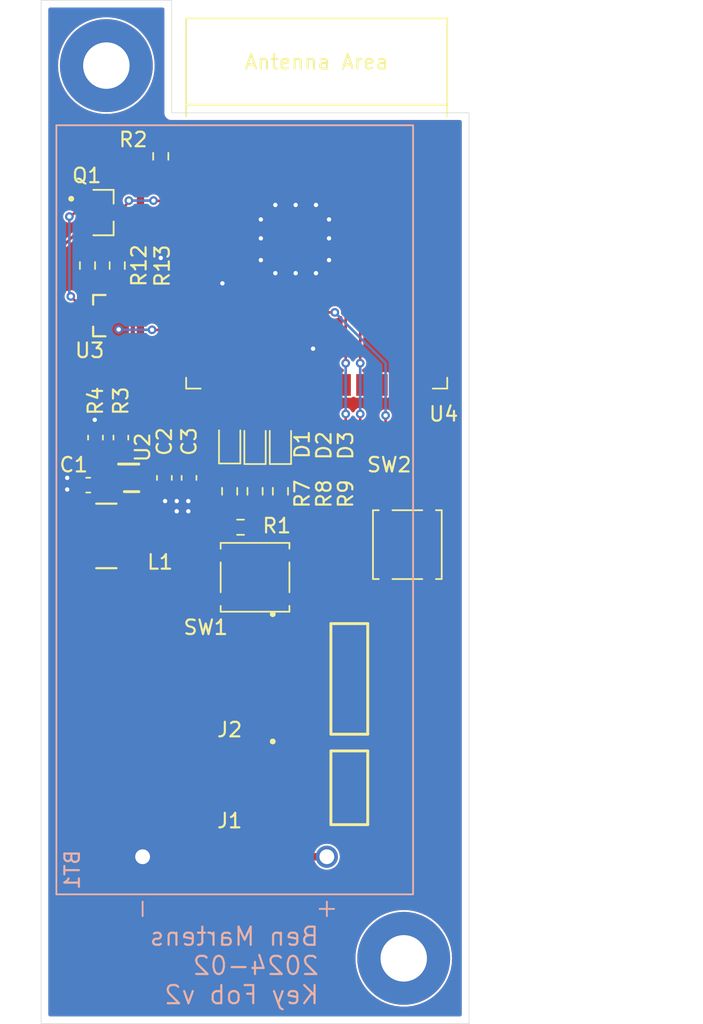
<source format=kicad_pcb>
(kicad_pcb (version 20221018) (generator pcbnew)
  (title_block (title "Key Fob") (date "2023-11-06"))
  (layers (0 "F.Cu" signal "Front") (31 "B.Cu" signal "Back") (34 "B.Paste" user) (35 "F.Paste" user) (36 "B.SilkS" user "B.Silkscreen") (37 "F.SilkS" user "F.Silkscreen") (38 "B.Mask" user) (39 "F.Mask" user) (44 "Edge.Cuts" user))
  (net 0 "")
  (net 1 "/ADC/VIN")
  (net 2 "/ESP32/VCC")
  (net 3 "Net-(D1-K)")
  (net 4 "/LED1")
  (net 5 "Net-(D2-K)")
  (net 6 "/LED2")
  (net 7 "Net-(D3-K)")
  (net 8 "/LED3")
  (net 9 "/TX")
  (net 10 "/RX")
  (net 11 "/BOOT")
  (net 12 "Net-(U2-SW)")
  (net 13 "Net-(Q1-Pad1)")
  (net 14 "/VBAT_ADC")
  (net 15 "/START_STOP")
  (net 16 "Net-(U2-FB)")
  (net 17 "/EN")
  (net 19 "/VBAT_ADC_EN")
  (net 46 "GND")
  (footprint "Resistor_SMD:R_0603_1608Metric" (layer "F.Cu") (at 146.5 97.25 -90)
    (fp_text reference "R2" (at -1.15 1.9 -180) (layer "F.SilkS"))
    (fp_text value "10k")
    (fp_line (start -0.237258 -0.5225) (end 0.237258 -0.5225) (stroke (width 0.12)) (layer "F.SilkS"))
    (fp_line (start -0.237258 0.5225) (end 0.237258 0.5225) (stroke (width 0.12)) (layer "F.SilkS"))
    (pad "1" smd roundrect (at -0.825 0 270) (size 0.8 0.95) (layers "F.Cu" "F.Paste" "F.Mask") (net 2 "/ESP32/VCC"))
    (pad "2" smd roundrect (at 0.825 0 270) (size 0.8 0.95) (layers "F.Cu" "F.Paste" "F.Mask") (net 17 "/EN"))
  )
  (footprint "74404043010A:IND_43010A_WRE" (layer "F.Cu") (at 142.75 123.4 180)
    (fp_text reference "L1" (at -3.7 -1.8 unlocked) (layer "F.SilkS"))
    (fp_text value "74404043010A" hide)
    (fp_line (start -0.69575 2.2225) (end 0.69575 2.2225) (stroke (width 0.1524)) (layer "F.SilkS"))
    (fp_line (start 0.69575 -2.2225) (end -0.69575 -2.2225) (stroke (width 0.1524)) (layer "F.SilkS"))
    (pad "1" smd rect (at -1.7272 0 180) (size 1.4478 4.191) (layers "F.Cu" "F.Paste" "F.Mask") (net 12 "Net-(U2-SW)"))
    (pad "2" smd rect (at 1.7272 0 180) (size 1.4478 4.191) (layers "F.Cu" "F.Paste" "F.Mask") (net 1 "/ADC/VIN"))
    (zone (net 0) (net_name "") (layer "F.Cu") (connect_pads (clearance 0)) (min_thickness 0.254)
      (keepout (tracks not_allowed) (vias not_allowed) (pads allowed) (copperpour not_allowed) (footprints allowed))
      (fill (thermal_gap 0.508) (thermal_bridge_width 0.508))
      (polygon (pts (xy 143.7025 125.4447) (xy 141.7975 125.4447) (xy 141.7975 121.3553) (xy 143.7025 121.3553)))
    )
  )
  (footprint "MountingHole:MountingHole_3.2mm_M3_Pad_TopBottom" (layer "F.Cu") (at 163.25 152.5)
    (fp_text reference "REF**" hide)
    (fp_text value "MountingHole_3.2mm_M3_Pad_TopBottom" hide)
    (pad "1" thru_hole circle (at 0 0) (size 3.6 3.6) (drill 3.2) (layers "*.Cu" "*.Mask"))
    (pad "1" connect circle (at 0 0) (size 6.4 6.4) (layers "F.Cu" "F.Mask"))
    (pad "1" connect circle (at 0 0) (size 6.4 6.4) (layers "B.Cu" "B.Mask"))
  )
  (footprint "Capacitor_SMD:C_0603_1608Metric" (layer "F.Cu") (at 142 116.625 90)
    (fp_text reference "R4" (at 2.525 0 90) (layer "F.SilkS"))
    (fp_text value "100k")
    (fp_line (start -0.14058 -0.51) (end 0.14058 -0.51) (stroke (width 0.12)) (layer "F.SilkS"))
    (fp_line (start -0.14058 0.51) (end 0.14058 0.51) (stroke (width 0.12)) (layer "F.SilkS"))
    (pad "1" smd roundrect (at -0.775 0 90) (size 0.9 0.95) (layers "F.Cu" "F.Paste" "F.Mask") (net 16 "Net-(U2-FB)"))
    (pad "2" smd roundrect (at 0.775 0 90) (size 0.9 0.95) (layers "F.Cu" "F.Paste" "F.Mask") (net 46 "GND"))
  )
  (footprint "IRLML6402TRPBF:SOT95P237X112-3N" (layer "F.Cu") (at 142.55 101.125)
    (fp_text reference "Q1" (at -1.15 -2.55) (layer "F.SilkS"))
    (fp_text value "IRLML6402TRPBF" hide)
    (fp_line (start -0.7 1.565) (end 0.7 1.565) (stroke (width 0.127)) (layer "F.SilkS"))
    (fp_line (start 0.7 -1.565) (end -0.7 -1.565) (stroke (width 0.127)) (layer "F.SilkS"))
    (fp_line (start 0.7 -1.565) (end 0.7 -0.615) (stroke (width 0.127)) (layer "F.SilkS"))
    (fp_line (start 0.7 1.565) (end 0.7 0.615) (stroke (width 0.127)) (layer "F.SilkS"))
    (fp_circle (center -2.2225 -0.9525) (end -2.1225 -0.9525) (stroke (width 0.2)) (fill none) (layer "F.SilkS"))
    (pad "1" smd roundrect (at -1.025 -0.95) (size 1.3 0.59) (layers "F.Cu" "F.Paste" "F.Mask") (roundrect_rratio 0.15) (net 13 "Net-(Q1-Pad1)"))
    (pad "2" smd roundrect (at -1.025 0.95) (size 1.3 0.59) (layers "F.Cu" "F.Paste" "F.Mask") (roundrect_rratio 0.15) (net 1 "/ADC/VIN"))
    (pad "3" smd roundrect (at 1.025 0) (size 1.3 0.59) (layers "F.Cu" "F.Paste" "F.Mask") (roundrect_rratio 0.15) (net 14 "/VBAT_ADC"))
  )
  (footprint "LED_SMD:LED_0603_1608Metric" (layer "F.Cu") (at 151.25 116.925 90)
    (fp_text reference "D1" (at -0.175 5 90) (layer "F.SilkS"))
    (fp_text value "LED1")
    (fp_line (start -1.485 -0.735) (end -1.485 0.735) (stroke (width 0.12)) (layer "F.SilkS"))
    (fp_line (start -1.485 0.735) (end 0.8 0.735) (stroke (width 0.12)) (layer "F.SilkS"))
    (fp_line (start 0.8 -0.735) (end -1.485 -0.735) (stroke (width 0.12)) (layer "F.SilkS"))
    (pad "1" smd roundrect (at -0.7875 0 90) (size 0.875 0.95) (layers "F.Cu" "F.Paste" "F.Mask") (net 3 "Net-(D1-K)"))
    (pad "2" smd roundrect (at 0.7875 0 90) (size 0.875 0.95) (layers "F.Cu" "F.Paste" "F.Mask") (net 4 "/LED1"))
  )
  (footprint "Capacitor_SMD:C_0603_1608Metric" (layer "F.Cu") (at 146.75 119.4 -90)
    (fp_text reference "C2" (at -2.5 0 90) (layer "F.SilkS"))
    (fp_text value "22u")
    (fp_line (start -0.14058 -0.51) (end 0.14058 -0.51) (stroke (width 0.12)) (layer "F.SilkS"))
    (fp_line (start -0.14058 0.51) (end 0.14058 0.51) (stroke (width 0.12)) (layer "F.SilkS"))
    (pad "1" smd roundrect (at -0.775 0 270) (size 0.9 0.95) (layers "F.Cu" "F.Paste" "F.Mask") (net 2 "/ESP32/VCC"))
    (pad "2" smd roundrect (at 0.775 0 270) (size 0.9 0.95) (layers "F.Cu" "F.Paste" "F.Mask") (net 46 "GND"))
  )
  (footprint "Resistor_SMD:R_0603_1608Metric" (layer "F.Cu") (at 151.25 120.325 90)
    (fp_text reference "R7" (at -0.175 5 90) (layer "F.SilkS"))
    (fp_text value "220")
    (fp_line (start -0.237258 -0.5225) (end 0.237258 -0.5225) (stroke (width 0.12)) (layer "F.SilkS"))
    (fp_line (start -0.237258 0.5225) (end 0.237258 0.5225) (stroke (width 0.12)) (layer "F.SilkS"))
    (pad "1" smd roundrect (at -0.825 0 90) (size 0.8 0.95) (layers "F.Cu" "F.Paste" "F.Mask") (net 46 "GND"))
    (pad "2" smd roundrect (at 0.825 0 90) (size 0.8 0.95) (layers "F.Cu" "F.Paste" "F.Mask") (net 3 "Net-(D1-K)"))
  )
  (footprint "Capacitor_SMD:C_0603_1608Metric" (layer "F.Cu") (at 141.5 119.9 180)
    (fp_text reference "C1" (at 1 1.4) (layer "F.SilkS"))
    (fp_text value "10u")
    (fp_line (start -0.14058 -0.51) (end 0.14058 -0.51) (stroke (width 0.12)) (layer "F.SilkS"))
    (fp_line (start -0.14058 0.51) (end 0.14058 0.51) (stroke (width 0.12)) (layer "F.SilkS"))
    (pad "1" smd roundrect (at -0.775 0 180) (size 0.9 0.95) (layers "F.Cu" "F.Paste" "F.Mask") (net 1 "/ADC/VIN"))
    (pad "2" smd roundrect (at 0.775 0 180) (size 0.9 0.95) (layers "F.Cu" "F.Paste" "F.Mask") (net 46 "GND"))
  )
  (footprint "TPS61023DRLT:DRL0006A" (layer "F.Cu") (at 144.490001 119.400001)
    (fp_text reference "U2" (at 0.759999 -2.100001 90 unlocked) (layer "F.SilkS"))
    (fp_text value "TPS61023DRLT" hide)
    (fp_line (start -0.900001 -0.950001) (end 0.499999 -0.950001) (stroke (width 0.2)) (layer "F.SilkS"))
    (fp_line (start -0.499999 0.950001) (end 0.499999 0.950001) (stroke (width 0.2)) (layer "F.SilkS"))
    (pad "1" smd rect (at -0.740001 -0.500002 90) (size 0.299999 0.670001) (layers "F.Cu" "F.Paste" "F.Mask") (net 16 "Net-(U2-FB)"))
    (pad "2" smd rect (at -0.740001 -0.000003 90) (size 0.299999 0.670001) (layers "F.Cu" "F.Paste" "F.Mask") (net 1 "/ADC/VIN"))
    (pad "3" smd rect (at -0.740001 0.499999 90) (size 0.299999 0.670001) (layers "F.Cu" "F.Paste" "F.Mask") (net 1 "/ADC/VIN"))
    (pad "4" smd rect (at 0.740001 0.499999 90) (size 0.299999 0.670001) (layers "F.Cu" "F.Paste" "F.Mask") (net 46 "GND"))
    (pad "5" smd rect (at 0.740001 -0.000003 90) (size 0.299999 0.670001) (layers "F.Cu" "F.Paste" "F.Mask") (net 12 "Net-(U2-SW)"))
    (pad "6" smd rect (at 0.740001 -0.500002 90) (size 0.299999 0.670001) (layers "F.Cu" "F.Paste" "F.Mask") (net 2 "/ESP32/VCC"))
  )
  (footprint "SAMTEC_TSM-103-01-L-SH-TR:SAMTEC_TSM-103-01-L-SH-TR" (layer "F.Cu") (at 159.5 133.25 -90)
    (fp_text reference "J2" (at 3.5 8.25 -180) (layer "F.SilkS"))
    (fp_text value "Programming Header")
    (fp_line (start -3.81 1.27) (end -3.81 -1.27) (stroke (width 0.2)) (layer "F.SilkS"))
    (fp_line (start 3.81 -1.27) (end -3.81 -1.27) (stroke (width 0.2)) (layer "F.SilkS"))
    (fp_line (start 3.81 -1.27) (end 3.81 1.27) (stroke (width 0.2)) (layer "F.SilkS"))
    (fp_line (start 3.81 1.27) (end -3.81 1.27) (stroke (width 0.2)) (layer "F.SilkS"))
    (fp_circle (center -4.46 5.28) (end -4.36 5.28) (stroke (width 0.2)) (fill none) (layer "F.SilkS"))
    (pad "1" smd rect (at -2.54 5.28 270) (size 1.27 3.18) (layers "F.Cu" "F.Paste" "F.Mask") (net 9 "/TX"))
    (pad "2" smd rect (at 0 5.28 270) (size 1.27 3.18) (layers "F.Cu" "F.Paste" "F.Mask") (net 10 "/RX"))
    (pad "3" smd rect (at 2.54 5.28 270) (size 1.27 3.18) (layers "F.Cu" "F.Paste" "F.Mask") (net 46 "GND"))
  )
  (footprint "Resistor_SMD:R_0603_1608Metric" (layer "F.Cu") (at 152 122.8 180)
    (fp_text reference "R1" (at -2.5 0.1) (layer "F.SilkS"))
    (fp_text value "10k")
    (fp_line (start -0.237258 -0.5225) (end 0.237258 -0.5225) (stroke (width 0.12)) (layer "F.SilkS"))
    (fp_line (start -0.237258 0.5225) (end 0.237258 0.5225) (stroke (width 0.12)) (layer "F.SilkS"))
    (pad "1" smd roundrect (at -0.825 0 180) (size 0.8 0.95) (layers "F.Cu" "F.Paste" "F.Mask") (net 46 "GND"))
    (pad "2" smd roundrect (at 0.825 0 180) (size 0.8 0.95) (layers "F.Cu" "F.Paste" "F.Mask") (net 15 "/START_STOP"))
  )
  (footprint "Resistor_SMD:R_0603_1608Metric" (layer "F.Cu") (at 153 120.325 90)
    (fp_text reference "R8" (at -0.175 4.75 90) (layer "F.SilkS"))
    (fp_text value "220")
    (fp_line (start -0.237258 -0.5225) (end 0.237258 -0.5225) (stroke (width 0.12)) (layer "F.SilkS"))
    (fp_line (start -0.237258 0.5225) (end 0.237258 0.5225) (stroke (width 0.12)) (layer "F.SilkS"))
    (pad "1" smd roundrect (at -0.825 0 90) (size 0.8 0.95) (layers "F.Cu" "F.Paste" "F.Mask") (net 46 "GND"))
    (pad "2" smd roundrect (at 0.825 0 90) (size 0.8 0.95) (layers "F.Cu" "F.Paste" "F.Mask") (net 5 "Net-(D2-K)"))
  )
  (footprint "LED_SMD:LED_0603_1608Metric" (layer "F.Cu") (at 153 116.9625 90)
    (fp_text reference "D2" (at -0.2125 4.75 90) (layer "F.SilkS"))
    (fp_text value "LED2")
    (fp_line (start -1.485 -0.735) (end -1.485 0.735) (stroke (width 0.12)) (layer "F.SilkS"))
    (fp_line (start -1.485 0.735) (end 0.8 0.735) (stroke (width 0.12)) (layer "F.SilkS"))
    (fp_line (start 0.8 -0.735) (end -1.485 -0.735) (stroke (width 0.12)) (layer "F.SilkS"))
    (pad "1" smd roundrect (at -0.7875 0 90) (size 0.875 0.95) (layers "F.Cu" "F.Paste" "F.Mask") (net 5 "Net-(D2-K)"))
    (pad "2" smd roundrect (at 0.7875 0 90) (size 0.875 0.95) (layers "F.Cu" "F.Paste" "F.Mask") (net 6 "/LED2"))
  )
  (footprint "Capacitor_SMD:C_0603_1608Metric" (layer "F.Cu") (at 148.45 119.4 -90)
    (fp_text reference "C3" (at -2.5 0 90) (layer "F.SilkS"))
    (fp_text value "22u")
    (fp_line (start -0.14058 -0.51) (end 0.14058 -0.51) (stroke (width 0.12)) (layer "F.SilkS"))
    (fp_line (start -0.14058 0.51) (end 0.14058 0.51) (stroke (width 0.12)) (layer "F.SilkS"))
    (pad "1" smd roundrect (at -0.775 0 270) (size 0.9 0.95) (layers "F.Cu" "F.Paste" "F.Mask") (net 2 "/ESP32/VCC"))
    (pad "2" smd roundrect (at 0.775 0 270) (size 0.9 0.95) (layers "F.Cu" "F.Paste" "F.Mask") (net 46 "GND"))
  )
  (footprint "IRLML2502TRPBF:SOT23" (layer "F.Cu") (at 142.5 108.225 90)
    (fp_text reference "U3" (at -2.4 -0.9 180) (layer "F.SilkS") (effects (font (size 1.003441 1.003441))))
    (fp_text value "IRLML2502TRPBF" hide)
    (fp_line (start -1.4224 -0.6604) (end -0.762 -0.6604) (stroke (width 0.1524)) (layer "F.SilkS"))
    (fp_line (start -1.4224 0.1854) (end -1.4224 -0.6604) (stroke (width 0.1524)) (layer "F.SilkS"))
    (fp_line (start 0.762 -0.6604) (end 1.4224 -0.6604) (stroke (width 0.1524)) (layer "F.SilkS"))
    (fp_line (start 1.4224 -0.6604) (end 1.4224 0.1854) (stroke (width 0.1524)) (layer "F.SilkS"))
    (pad "1" smd rect (at -0.95 1.1 90) (size 1 1.4) (layers "F.Cu" "F.Paste" "F.Mask") (net 19 "/VBAT_ADC_EN"))
    (pad "2" smd rect (at 0.95 1.1 90) (size 1 1.4) (layers "F.Cu" "F.Paste" "F.Mask") (net 46 "GND"))
    (pad "3" smd rect (at 0 -1.1 90) (size 1 1.4) (layers "F.Cu" "F.Paste" "F.Mask") (net 13 "Net-(Q1-Pad1)"))
  )
  (footprint "PCM_Espressif:ESP32-S3-WROOM-1" (layer "F.Cu") (at 157.25 103.5)
    (fp_text reference "U4" (at 8.75 11.5) (layer "F.SilkS"))
    (fp_text value "ESP32-S3-WROOM-1")
    (fp_text user "Antenna Area" (at 0 -12.75) (layer "F.SilkS"))
    (fp_line (start -9 -15.75) (end -9 -9) (stroke (width 0.12)) (layer "F.SilkS"))
    (fp_line (start -9 -15.75) (end 9 -15.75) (stroke (width 0.12)) (layer "F.SilkS"))
    (fp_line (start -9 9) (end -9 9.75) (stroke (width 0.12)) (layer "F.SilkS"))
    (fp_line (start -9 9.75) (end -8 9.75) (stroke (width 0.12)) (layer "F.SilkS"))
    (fp_line (start 9 -15.75) (end 9 -9) (stroke (width 0.12)) (layer "F.SilkS"))
    (fp_line (start 9 -9.81) (end -9 -9.81) (stroke (width 0.12)) (layer "F.SilkS"))
    (fp_line (start 9 9) (end 9 9.75) (stroke (width 0.12)) (layer "F.SilkS"))
    (fp_line (start 9 9.75) (end 8 9.75) (stroke (width 0.12)) (layer "F.SilkS"))
    (pad "1" smd rect (at -8.75 -8.26) (size 1.5 0.9) (layers "F.Cu" "F.Paste" "F.Mask") (net 46 "GND"))
    (pad "2" smd rect (at -8.75 -6.99) (size 1.5 0.9) (layers "F.Cu" "F.Paste" "F.Mask") (net 2 "/ESP32/VCC"))
    (pad "3" smd rect (at -8.75 -5.72) (size 1.5 0.9) (layers "F.Cu" "F.Paste" "F.Mask") (net 17 "/EN"))
    (pad "4" smd rect (at -8.75 -4.45) (size 1.5 0.9) (layers "F.Cu" "F.Paste" "F.Mask"))
    (pad "5" smd rect (at -8.75 -3.18) (size 1.5 0.9) (layers "F.Cu" "F.Paste" "F.Mask") (net 14 "/VBAT_ADC"))
    (pad "6" smd rect (at -8.75 -1.91) (size 1.5 0.9) (layers "F.Cu" "F.Paste" "F.Mask"))
    (pad "7" smd rect (at -8.75 -0.64) (size 1.5 0.9) (layers "F.Cu" "F.Paste" "F.Mask"))
    (pad "8" smd rect (at -8.75 0.63) (size 1.5 0.9) (layers "F.Cu" "F.Paste" "F.Mask"))
    (pad "9" smd rect (at -8.75 1.9) (size 1.5 0.9) (layers "F.Cu" "F.Paste" "F.Mask"))
    (pad "10" smd rect (at -8.75 3.17) (size 1.5 0.9) (layers "F.Cu" "F.Paste" "F.Mask"))
    (pad "11" smd rect (at -8.75 4.44) (size 1.5 0.9) (layers "F.Cu" "F.Paste" "F.Mask"))
    (pad "12" smd rect (at -8.75 5.71) (size 1.5 0.9) (layers "F.Cu" "F.Paste" "F.Mask") (net 19 "/VBAT_ADC_EN"))
    (pad "13" smd rect (at -8.75 6.98) (size 1.5 0.9) (layers "F.Cu" "F.Paste" "F.Mask"))
    (pad "14" smd rect (at -8.75 8.25) (size 1.5 0.9) (layers "F.Cu" "F.Paste" "F.Mask"))
    (pad "15" smd rect (at -6.985 9.5 90) (size 1.5 0.9) (layers "F.Cu" "F.Paste" "F.Mask") (net 15 "/START_STOP"))
    (pad "16" smd rect (at -5.715 9.5 90) (size 1.5 0.9) (layers "F.Cu" "F.Paste" "F.Mask"))
    (pad "17" smd rect (at -4.445 9.5 90) (size 1.5 0.9) (layers "F.Cu" "F.Paste" "F.Mask"))
    (pad "18" smd rect (at -3.175 9.5 90) (size 1.5 0.9) (layers "F.Cu" "F.Paste" "F.Mask"))
    (pad "19" smd rect (at -1.905 9.5 90) (size 1.5 0.9) (layers "F.Cu" "F.Paste" "F.Mask"))
    (pad "20" smd rect (at -0.635 9.5 90) (size 1.5 0.9) (layers "F.Cu" "F.Paste" "F.Mask") (net 4 "/LED1"))
    (pad "21" smd rect (at 0.635 9.5 90) (size 1.5 0.9) (layers "F.Cu" "F.Paste" "F.Mask") (net 6 "/LED2"))
    (pad "22" smd rect (at 1.905 9.5 90) (size 1.5 0.9) (layers "F.Cu" "F.Paste" "F.Mask") (net 8 "/LED3"))
    (pad "23" smd rect (at 3.175 9.5 90) (size 1.5 0.9) (layers "F.Cu" "F.Paste" "F.Mask"))
    (pad "24" smd rect (at 4.445 9.5 90) (size 1.5 0.9) (layers "F.Cu" "F.Paste" "F.Mask"))
    (pad "25" smd rect (at 5.715 9.5 90) (size 1.5 0.9) (layers "F.Cu" "F.Paste" "F.Mask"))
    (pad "26" smd rect (at 6.985 9.5 90) (size 1.5 0.9) (layers "F.Cu" "F.Paste" "F.Mask"))
    (pad "27" smd rect (at 8.75 8.25 180) (size 1.5 0.9) (layers "F.Cu" "F.Paste" "F.Mask") (net 11 "/BOOT"))
    (pad "28" smd rect (at 8.75 6.98 180) (size 1.5 0.9) (layers "F.Cu" "F.Paste" "F.Mask"))
    (pad "29" smd rect (at 8.75 5.71 180) (size 1.5 0.9) (layers "F.Cu" "F.Paste" "F.Mask"))
    (pad "30" smd rect (at 8.75 4.44 180) (size 1.5 0.9) (layers "F.Cu" "F.Paste" "F.Mask"))
    (pad "31" smd rect (at 8.75 3.17 180) (size 1.5 0.9) (layers "F.Cu" "F.Paste" "F.Mask"))
    (pad "32" smd rect (at 8.75 1.9 180) (size 1.5 0.9) (layers "F.Cu" "F.Paste" "F.Mask"))
    (pad "33" smd rect (at 8.75 0.63 180) (size 1.5 0.9) (layers "F.Cu" "F.Paste" "F.Mask"))
    (pad "34" smd rect (at 8.75 -0.64 180) (size 1.5 0.9) (layers "F.Cu" "F.Paste" "F.Mask"))
    (pad "35" smd rect (at 8.75 -1.91 180) (size 1.5 0.9) (layers "F.Cu" "F.Paste" "F.Mask"))
    (pad "36" smd rect (at 8.75 -3.18 180) (size 1.5 0.9) (layers "F.Cu" "F.Paste" "F.Mask") (net 10 "/RX"))
    (pad "37" smd rect (at 8.75 -4.45 180) (size 1.5 0.9) (layers "F.Cu" "F.Paste" "F.Mask") (net 9 "/TX"))
    (pad "38" smd rect (at 8.75 -5.72 180) (size 1.5 0.9) (layers "F.Cu" "F.Paste" "F.Mask"))
    (pad "39" smd rect (at 8.75 -6.99 180) (size 1.5 0.9) (layers "F.Cu" "F.Paste" "F.Mask"))
    (pad "40" smd rect (at 8.75 -8.26 180) (size 1.5 0.9) (layers "F.Cu" "F.Paste" "F.Mask") (net 46 "GND"))
    (pad "41" smd rect (at -2.9 -1.94 180) (size 0.9 0.9) (layers "F.Cu" "F.Paste" "F.Mask") (net 46 "GND"))
    (pad "41" smd rect (at -2.9 -0.54 180) (size 0.9 0.9) (layers "F.Cu" "F.Paste" "F.Mask") (net 46 "GND"))
    (pad "41" smd rect (at -2.9 0.86 180) (size 0.9 0.9) (layers "F.Cu" "F.Paste" "F.Mask") (net 46 "GND"))
    (pad "41" smd rect (at -2.9 0.86 180) (size 0.9 0.9) (layers "F.Cu" "F.Paste" "F.Mask") (net 46 "GND"))
    (pad "41" smd rect (at -1.5 -1.94 180) (size 0.9 0.9) (layers "F.Cu" "F.Paste" "F.Mask") (net 46 "GND"))
    (pad "41" smd rect (at -1.5 -1.94 180) (size 0.9 0.9) (layers "F.Cu" "F.Paste" "F.Mask") (net 46 "GND"))
    (pad "41" smd rect (at -1.5 -0.54 180) (size 0.9 0.9) (layers "F.Cu" "F.Paste" "F.Mask") (net 46 "GND"))
    (pad "41" smd rect (at -1.5 0.86 180) (size 0.9 0.9) (layers "F.Cu" "F.Paste" "F.Mask") (net 46 "GND"))
    (pad "41" smd rect (at -0.1 -1.94 180) (size 0.9 0.9) (layers "F.Cu" "F.Paste" "F.Mask") (net 46 "GND"))
    (pad "41" smd rect (at -0.1 -0.54 180) (size 0.9 0.9) (layers "F.Cu" "F.Paste" "F.Mask") (net 46 "GND"))
    (pad "41" smd rect (at -0.1 0.86 180) (size 0.9 0.9) (layers "F.Cu" "F.Paste" "F.Mask") (net 46 "GND"))
    (zone (net 0) (net_name "") (layers "*.Cu") (name "antenna keepout") (connect_pads (clearance 0)) (min_thickness 0.254)
      (keepout (tracks not_allowed) (vias not_allowed) (pads not_allowed) (copperpour not_allowed) (footprints not_allowed))
      (fill (thermal_gap 0.508) (thermal_bridge_width 0.508))
      (polygon (pts (xy 166.25 93.7) (xy 148.25 93.7) (xy 148.25 87.75) (xy 166.25 87.75)))
    )
  )
  (footprint "SAMTEC_TSM-102-01-L-SH:SAMTEC_TSM-102-01-L-SH" (layer "F.Cu") (at 159.5 140.75 -90)
    (fp_text reference "J1" (at 2.27 8.25 -180) (layer "F.SilkS"))
    (fp_text value "Programming Jumper")
    (fp_line (start -2.54 1.27) (end -2.54 -1.27) (stroke (width 0.2)) (layer "F.SilkS"))
    (fp_line (start 2.54 -1.27) (end -2.54 -1.27) (stroke (width 0.2)) (layer "F.SilkS"))
    (fp_line (start 2.54 -1.27) (end 2.54 1.27) (stroke (width 0.2)) (layer "F.SilkS"))
    (fp_line (start 2.54 1.27) (end -2.54 1.27) (stroke (width 0.2)) (layer "F.SilkS"))
    (fp_circle (center -3.19 5.28) (end -3.09 5.28) (stroke (width 0.2)) (fill none) (layer "F.SilkS"))
    (pad "1" smd rect (at -1.27 5.28 270) (size 1.27 3.18) (layers "F.Cu" "F.Paste" "F.Mask") (net 11 "/BOOT"))
    (pad "2" smd rect (at 1.27 5.28 270) (size 1.27 3.18) (layers "F.Cu" "F.Paste" "F.Mask") (net 46 "GND"))
  )
  (footprint "Resistor_SMD:R_0603_1608Metric" (layer "F.Cu") (at 141.45 104.775 -90)
    (fp_text reference "R12" (at 0 -3.55 90) (layer "F.SilkS"))
    (fp_text value "100k")
    (fp_line (start -0.237258 -0.5225) (end 0.237258 -0.5225) (stroke (width 0.12)) (layer "F.SilkS"))
    (fp_line (start -0.237258 0.5225) (end 0.237258 0.5225) (stroke (width 0.12)) (layer "F.SilkS"))
    (pad "1" smd roundrect (at -0.825 0 270) (size 0.8 0.95) (layers "F.Cu" "F.Paste" "F.Mask") (net 1 "/ADC/VIN"))
    (pad "2" smd roundrect (at 0.825 0 270) (size 0.8 0.95) (layers "F.Cu" "F.Paste" "F.Mask") (net 13 "Net-(Q1-Pad1)"))
  )
  (footprint "Resistor_SMD:R_0603_1608Metric" (layer "F.Cu") (at 143.5 104.775 -90)
    (fp_text reference "R13" (at 0.025 -3.1 90) (layer "F.SilkS"))
    (fp_text value "100k")
    (fp_line (start -0.237258 -0.5225) (end 0.237258 -0.5225) (stroke (width 0.12)) (layer "F.SilkS"))
    (fp_line (start -0.237258 0.5225) (end 0.237258 0.5225) (stroke (width 0.12)) (layer "F.SilkS"))
    (pad "1" smd roundrect (at -0.825 0 270) (size 0.8 0.95) (layers "F.Cu" "F.Paste" "F.Mask") (net 14 "/VBAT_ADC"))
    (pad "2" smd roundrect (at 0.825 0 270) (size 0.8 0.95) (layers "F.Cu" "F.Paste" "F.Mask") (net 46 "GND"))
  )
  (footprint "Capacitor_SMD:C_0603_1608Metric" (layer "F.Cu") (at 143.75 116.625 -90)
    (fp_text reference "R3" (at -2.525 0 90) (layer "F.SilkS"))
    (fp_text value "453k")
    (fp_line (start -0.14058 -0.51) (end 0.14058 -0.51) (stroke (width 0.12)) (layer "F.SilkS"))
    (fp_line (start -0.14058 0.51) (end 0.14058 0.51) (stroke (width 0.12)) (layer "F.SilkS"))
    (pad "1" smd roundrect (at -0.775 0 270) (size 0.9 0.95) (layers "F.Cu" "F.Paste" "F.Mask") (net 2 "/ESP32/VCC"))
    (pad "2" smd roundrect (at 0.775 0 270) (size 0.9 0.95) (layers "F.Cu" "F.Paste" "F.Mask") (net 16 "Net-(U2-FB)"))
  )
  (footprint "LED_SMD:LED_0603_1608Metric" (layer "F.Cu") (at 154.75 116.9625 90)
    (fp_text reference "D3" (at -0.2125 4.5 90) (layer "F.SilkS"))
    (fp_text value "LED3")
    (fp_line (start -1.485 -0.735) (end -1.485 0.735) (stroke (width 0.12)) (layer "F.SilkS"))
    (fp_line (start -1.485 0.735) (end 0.8 0.735) (stroke (width 0.12)) (layer "F.SilkS"))
    (fp_line (start 0.8 -0.735) (end -1.485 -0.735) (stroke (width 0.12)) (layer "F.SilkS"))
    (pad "1" smd roundrect (at -0.7875 0 90) (size 0.875 0.95) (layers "F.Cu" "F.Paste" "F.Mask") (net 7 "Net-(D3-K)"))
    (pad "2" smd roundrect (at 0.7875 0 90) (size 0.875 0.95) (layers "F.Cu" "F.Paste" "F.Mask") (net 8 "/LED3"))
  )
  (footprint "Button_Switch_SMD:SW_SPST_TL3305B" (layer "F.Cu") (at 163.5 124 -90)
    (fp_text reference "SW2" (at -5.5 1.25 -180) (layer "F.SilkS"))
    (fp_text value "EN")
    (fp_line (start -2.37 -2.37) (end -2.37 -1.97) (stroke (width 0.12)) (layer "F.SilkS"))
    (fp_line (start -2.37 -2.37) (end 2.37 -2.37) (stroke (width 0.12)) (layer "F.SilkS"))
    (fp_line (start -2.37 1.03) (end -2.37 -1.03) (stroke (width 0.12)) (layer "F.SilkS"))
    (fp_line (start -2.37 2.37) (end -2.37 1.97) (stroke (width 0.12)) (layer "F.SilkS"))
    (fp_line (start -2.37 2.37) (end 2.37 2.37) (stroke (width 0.12)) (layer "F.SilkS"))
    (fp_line (start 2.37 -2.37) (end 2.37 -1.97) (stroke (width 0.12)) (layer "F.SilkS"))
    (fp_line (start 2.37 1.03) (end 2.37 -1.03) (stroke (width 0.12)) (layer "F.SilkS"))
    (fp_line (start 2.37 2.37) (end 2.37 1.97) (stroke (width 0.12)) (layer "F.SilkS"))
    (pad "1" smd rect (at -3.6 -1.5 270) (size 1.6 1.4) (layers "F.Cu" "F.Paste" "F.Mask") (net 46 "GND"))
    (pad "1" smd rect (at 3.6 -1.5 270) (size 1.6 1.4) (layers "F.Cu" "F.Paste" "F.Mask") (net 46 "GND"))
    (pad "2" smd rect (at -3.6 1.5 270) (size 1.6 1.4) (layers "F.Cu" "F.Paste" "F.Mask") (net 17 "/EN"))
    (pad "2" smd rect (at 3.6 1.5 270) (size 1.6 1.4) (layers "F.Cu" "F.Paste" "F.Mask") (net 17 "/EN"))
  )
  (footprint "Resistor_SMD:R_0603_1608Metric" (layer "F.Cu") (at 154.75 120.325 90)
    (fp_text reference "R9" (at -0.175 4.5 90) (layer "F.SilkS"))
    (fp_text value "220")
    (fp_line (start -0.237258 -0.5225) (end 0.237258 -0.5225) (stroke (width 0.12)) (layer "F.SilkS"))
    (fp_line (start -0.237258 0.5225) (end 0.237258 0.5225) (stroke (width 0.12)) (layer "F.SilkS"))
    (pad "1" smd roundrect (at -0.825 0 90) (size 0.8 0.95) (layers "F.Cu" "F.Paste" "F.Mask") (net 46 "GND"))
    (pad "2" smd roundrect (at 0.825 0 90) (size 0.8 0.95) (layers "F.Cu" "F.Paste" "F.Mask") (net 7 "Net-(D3-K)"))
  )
  (footprint "Button_Switch_SMD:SW_SPST_TL3305B" (layer "F.Cu") (at 153 126.25 180)
    (fp_text reference "SW1" (at 3.4 -3.45) (layer "F.SilkS"))
    (fp_text value "START/STOP BTN")
    (fp_line (start -2.37 -2.37) (end -2.37 -1.97) (stroke (width 0.12)) (layer "F.SilkS"))
    (fp_line (start -2.37 -2.37) (end 2.37 -2.37) (stroke (width 0.12)) (layer "F.SilkS"))
    (fp_line (start -2.37 1.03) (end -2.37 -1.03) (stroke (width 0.12)) (layer "F.SilkS"))
    (fp_line (start -2.37 2.37) (end -2.37 1.97) (stroke (width 0.12)) (layer "F.SilkS"))
    (fp_line (start -2.37 2.37) (end 2.37 2.37) (stroke (width 0.12)) (layer "F.SilkS"))
    (fp_line (start 2.37 -2.37) (end 2.37 -1.97) (stroke (width 0.12)) (layer "F.SilkS"))
    (fp_line (start 2.37 1.03) (end 2.37 -1.03) (stroke (width 0.12)) (layer "F.SilkS"))
    (fp_line (start 2.37 2.37) (end 2.37 1.97) (stroke (width 0.12)) (layer "F.SilkS"))
    (pad "1" smd rect (at -3.6 -1.5 180) (size 1.6 1.4) (layers "F.Cu" "F.Paste" "F.Mask") (net 2 "/ESP32/VCC"))
    (pad "1" smd rect (at 3.6 -1.5 180) (size 1.6 1.4) (layers "F.Cu" "F.Paste" "F.Mask") (net 2 "/ESP32/VCC"))
    (pad "2" smd rect (at -3.6 1.5 180) (size 1.6 1.4) (layers "F.Cu" "F.Paste" "F.Mask") (net 15 "/START_STOP"))
    (pad "2" smd rect (at 3.6 1.5 180) (size 1.6 1.4) (layers "F.Cu" "F.Paste" "F.Mask") (net 15 "/START_STOP"))
  )
  (footprint "MountingHole:MountingHole_3.2mm_M3_Pad_TopBottom" (layer "F.Cu") (at 142.75 91)
    (fp_text reference "REF**" hide)
    (fp_text value "MountingHole_3.2mm_M3_Pad_TopBottom" hide)
    (pad "1" thru_hole circle (at 0 0) (size 3.6 3.6) (drill 3.2) (layers "*.Cu" "*.Mask"))
    (pad "1" connect circle (at 0 0) (size 6.4 6.4) (layers "F.Cu" "F.Mask"))
    (pad "1" connect circle (at 0 0) (size 6.4 6.4) (layers "B.Cu" "B.Mask"))
  )
  (footprint "2468:BAT_2468" (layer "B.Cu") (at 151.6 121.6 -90)
    (fp_text reference "BT1" (at 24.8 11.2 90) (layer "B.SilkS") (effects (justify mirror)))
    (fp_text value "2468")
    (fp_line (start -26.49 -12.295) (end -26.49 12.295) (stroke (width 0.127)) (layer "B.SilkS"))
    (fp_line (start -26.49 12.295) (end 26.49 12.295) (stroke (width 0.127)) (layer "B.SilkS"))
    (fp_line (start 26.49 -12.295) (end -26.49 -12.295) (stroke (width 0.127)) (layer "B.SilkS"))
    (fp_line (start 26.49 12.295) (end 26.49 -12.295) (stroke (width 0.127)) (layer "B.SilkS"))
    (fp_line (start 26.995 -6.35) (end 27.995 -6.35) (stroke (width 0.127)) (layer "B.SilkS"))
    (fp_line (start 26.995 6.35) (end 27.995 6.35) (stroke (width 0.127)) (layer "B.SilkS"))
    (fp_line (start 27.495 -5.85) (end 27.495 -6.85) (stroke (width 0.127)) (layer "B.SilkS"))
    (pad "N" thru_hole circle (at 23.9 6.35 270) (size 1.53 1.53) (drill 1.02) (layers "*.Cu" "*.Mask") (net 46 "GND"))
    (pad "P" thru_hole circle (at 23.9 -6.35 270) (size 1.53 1.53) (drill 1.02) (layers "*.Cu" "*.Mask") (net 1 "/ADC/VIN"))
  )
  (gr_line (start 147.25 94.25) (end 147.25 86.5) (stroke (width 0.0381)) (layer "Edge.Cuts"))
  (gr_line (start 167.75 157) (end 167.75 94.25) (stroke (width 0.0381)) (layer "Edge.Cuts"))
  (gr_line (start 138.25 86.5) (end 138.25 157) (stroke (width 0.0381)) (layer "Edge.Cuts"))
  (gr_line (start 147.25 86.5) (end 138.25 86.5) (stroke (width 0.0381)) (layer "Edge.Cuts"))
  (gr_line (start 138.25 157) (end 167.75 157) (stroke (width 0.0381)) (layer "Edge.Cuts"))
  (gr_line (start 167.75 94.25) (end 147.25 94.25) (stroke (width 0.0381)) (layer "Edge.Cuts"))
  (gr_text "Ben Martens\n2024-02\nKey Fob v2" (at 157.5 155.75) (layer "B.SilkS") (effects (font (size 1.25 1.25) (thickness 0.1524) bold) (justify left bottom mirror)))
  (segment (start 139.7 103.5) (end 139.7 117.325) (width 0.1778) (layer "F.Cu") (net 1))
  (segment (start 141.45 103.95) (end 141.45 102.15) (width 0.1778) (layer "F.Cu") (net 1))
  (segment (start 141.125 102.075) (end 139.7 103.5) (width 0.1778) (layer "F.Cu") (net 1))
  (segment (start 141.45 102.15) (end 141.525 102.075) (width 0.1778) (layer "F.Cu") (net 1))
  (segment (start 141.0228 121.1522) (end 141.0228 123.4) (width 0.508) (layer "F.Cu") (net 1))
  (segment (start 152.25 145.5) (end 141.0228 134.2728) (width 0.508) (layer "F.Cu") (net 1))
  (segment (start 142.275 119.9) (end 141.0228 121.1522) (width 0.508) (layer "F.Cu") (net 1))
  (segment (start 141.0228 134.2728) (end 141.0228 123.4) (width 0.508) (layer "F.Cu") (net 1))
  (segment (start 141.525 102.075) (end 141.125 102.075) (width 0.1778) (layer "F.Cu") (net 1))
  (segment (start 157.95 145.5) (end 152.25 145.5) (width 0.508) (layer "F.Cu") (net 1))
  (segment (start 139.7 117.325) (end 142.275 119.9) (width 0.1778) (layer "F.Cu") (net 1))
  (segment (start 148.5 96.51) (end 146.09 96.51) (width 0.508) (layer "F.Cu") (net 2))
  (segment (start 148.45 118.625) (end 149.5 119.675) (width 0.1778) (layer "F.Cu") (net 2))
  (segment (start 145.1 114.275) (end 143.75 115.625) (width 0.508) (layer "F.Cu") (net 2))
  (segment (start 149.5 119.675) (end 149.5 122.2) (width 0.1778) (layer "F.Cu") (net 2))
  (segment (start 145.1 97.5) (end 145.1 114.275) (width 0.508) (layer "F.Cu") (net 2))
  (segment (start 149.5 122.2) (end 148.1 123.6) (width 0.1778) (layer "F.Cu") (net 2))
  (segment (start 148.1 123.6) (end 148.1 126.45) (width 0.1778) (layer "F.Cu") (net 2))
  (segment (start 148.1 126.45) (end 149.4 127.75) (width 0.1778) (layer "F.Cu") (net 2))
  (segment (start 146.09 96.51) (end 145.1 97.5) (width 0.508) (layer "F.Cu") (net 2))
  (segment (start 149.4 127.75) (end 156.6 127.75) (width 0.1778) (layer "F.Cu") (net 2))
  (segment (start 151.25 117.7125) (end 151.25 119.5) (width 0.1778) (layer "F.Cu") (net 3))
  (segment (start 155.665 114.25) (end 153.1375 114.25) (width 0.1778) (layer "F.Cu") (net 4))
  (segment (start 153.1375 114.25) (end 151.25 116.1375) (width 0.1778) (layer "F.Cu") (net 4))
  (segment (start 156.615 113.3) (end 155.665 114.25) (width 0.1778) (layer "F.Cu") (net 4))
  (segment (start 156.615 113) (end 156.615 113.3) (width 0.1778) (layer "F.Cu") (net 4))
  (segment (start 153 117.75) (end 153 119.5) (width 0.1778) (layer "F.Cu") (net 5))
  (segment (start 157.885 113) (end 157.885 113.3) (width 0.1778) (layer "F.Cu") (net 6))
  (segment (start 156.185 115) (end 154.175 115) (width 0.1778) (layer "F.Cu") (net 6))
  (segment (start 154.175 115) (end 153 116.175) (width 0.1778) (layer "F.Cu") (net 6))
  (segment (start 157.885 113.3) (end 156.185 115) (width 0.1778) (layer "F.Cu") (net 6))
  (segment (start 154.75 117.75) (end 154.75 119.5) (width 0.1778) (layer "F.Cu") (net 7))
  (segment (start 156.28 116.175) (end 154.75 116.175) (width 0.1778) (layer "F.Cu") (net 8))
  (segment (start 159.155 113) (end 159.155 113.3) (width 0.1778) (layer "F.Cu") (net 8))
  (segment (start 159.155 113.3) (end 156.28 116.175) (width 0.1778) (layer "F.Cu") (net 8))
  (segment (start 159.25 104.75) (end 164.95 99.05) (width 0.1778) (layer "F.Cu") (net 9))
  (segment (start 155.9878 130.71) (end 154.22 130.71) (width 0.1778) (layer "F.Cu") (net 9))
  (segment (start 159.25 115) (end 159.25 127.4478) (width 0.1778) (layer "F.Cu") (net 9))
  (segment (start 164.95 99.05) (end 166 99.05) (width 0.1778) (layer "F.Cu") (net 9))
  (segment (start 159.25 127.4478) (end 155.9878 130.71) (width 0.1778) (layer "F.Cu") (net 9))
  (segment (start 159.25 111.5) (end 159.25 104.75) (width 0.1778) (layer "F.Cu") (net 9))
  (via (at 159.25 111.5) (size 0.6) (drill 0.3) (layers "F.Cu" "B.Cu") (net 9))
  (via (at 159.25 115) (size 0.6) (drill 0.3) (layers "F.Cu" "B.Cu") (net 9))
  (segment (start 159.25 115) (end 159.25 111.5) (width 0.1778) (layer "B.Cu") (net 9))
  (segment (start 160.25 105) (end 164.93 100.32) (width 0.1778) (layer "F.Cu") (net 10))
  (segment (start 164.93 100.32) (end 166 100.32) (width 0.1778) (layer "F.Cu") (net 10))
  (segment (start 160.25 129) (end 156 133.25) (width 0.1778) (layer "F.Cu") (net 10))
  (segment (start 160.25 115) (end 160.25 129) (width 0.1778) (layer "F.Cu") (net 10))
  (segment (start 156 133.25) (end 154.22 133.25) (width 0.1778) (layer "F.Cu") (net 10))
  (segment (start 160.25 111.5) (end 160.25 105) (width 0.1778) (layer "F.Cu") (net 10))
  (via (at 160.25 115) (size 0.6) (drill 0.3) (layers "F.Cu" "B.Cu") (net 10))
  (via (at 160.25 111.5) (size 0.6) (drill 0.3) (layers "F.Cu" "B.Cu") (net 10))
  (segment (start 160.25 115) (end 160.25 111.5) (width 0.1778) (layer "B.Cu") (net 10))
  (segment (start 154.22 139.48) (end 156.02 139.48) (width 0.1778) (layer "F.Cu") (net 11))
  (segment (start 166.5 112.25) (end 166 111.75) (width 0.1778) (layer "F.Cu") (net 11))
  (segment (start 156.02 139.48) (end 166.5 129) (width 0.1778) (layer "F.Cu") (net 11))
  (segment (start 166.5 129) (end 166.5 112.25) (width 0.1778) (layer "F.Cu") (net 11))
  (segment (start 144.4772 119.5638) (end 144.641002 119.399998) (width 0.254) (layer "F.Cu") (net 12))
  (segment (start 144.641002 119.399998) (end 145.230002 119.399998) (width 0.254) (layer "F.Cu") (net 12))
  (segment (start 144.4772 123.4) (end 144.4772 119.5638) (width 0.254) (layer "F.Cu") (net 12))
  (segment (start 141.45 105.6) (end 141.4 105.65) (width 0.1778) (layer "F.Cu") (net 13))
  (segment (start 140.3 101.4) (end 141.525 100.175) (width 0.1778) (layer "F.Cu") (net 13))
  (segment (start 140.2 101.4) (end 140.3 101.4) (width 0.1778) (layer "F.Cu") (net 13))
  (segment (start 141.4 108) (end 141.4 108.225) (width 0.1778) (layer "F.Cu") (net 13))
  (segment (start 140.3 106.9) (end 141.4 108) (width 0.1778) (layer "F.Cu") (net 13))
  (segment (start 141.4 105.65) (end 141.4 108.225) (width 0.1778) (layer "F.Cu") (net 13))
  (via (at 140.2 101.4) (size 0.6) (drill 0.3) (layers "F.Cu" "B.Cu") (net 13))
  (via (at 140.3 106.9) (size 0.6) (drill 0.3) (layers "F.Cu" "B.Cu") (net 13))
  (segment (start 140.2 106.8) (end 140.3 106.9) (width 0.1778) (layer "B.Cu") (net 13))
  (segment (start 140.2 101.4) (end 140.2 106.8) (width 0.1778) (layer "B.Cu") (net 13))
  (segment (start 143.575 101.125) (end 143.575 103.875) (width 0.1778) (layer "F.Cu") (net 14))
  (segment (start 144.3 100.4) (end 143.575 101.125) (width 0.1778) (layer "F.Cu") (net 14))
  (segment (start 144.3 100.3) (end 144.3 100.4) (width 0.1778) (layer "F.Cu") (net 14))
  (segment (start 148.5 100.32) (end 146.02 100.32) (width 0.1778) (layer "F.Cu") (net 14))
  (segment (start 143.575 103.875) (end 143.5 103.95) (width 0.1778) (layer "F.Cu") (net 14))
  (segment (start 146.02 100.32) (end 146 100.3) (width 0.1778) (layer "F.Cu") (net 14))
  (via (at 146 100.3) (size 0.6) (drill 0.3) (layers "F.Cu" "B.Cu") (net 14))
  (via (at 144.3 100.3) (size 0.6) (drill 0.3) (layers "F.Cu" "B.Cu") (net 14))
  (segment (start 146 100.3) (end 144.3 100.3) (width 0.1778) (layer "B.Cu") (net 14))
  (segment (start 151.175 122.8) (end 150.265 121.89) (width 0.1778) (layer "F.Cu") (net 15))
  (segment (start 149.4 124.75) (end 149.4 124.575) (width 0.1778) (layer "F.Cu") (net 15))
  (segment (start 156.6 124.75) (end 149.4 124.75) (width 0.1778) (layer "F.Cu") (net 15))
  (segment (start 150.265 121.89) (end 150.265 113) (width 0.1778) (layer "F.Cu") (net 15))
  (segment (start 149.4 124.575) (end 151.175 122.8) (width 0.1778) (layer "F.Cu") (net 15))
  (segment (start 158.5 108) (end 155.6 108) (width 0.1778) (layer "F.Cu") (net 17))
  (segment (start 155.6 108) (end 150.5 102.9) (width 0.1778) (layer "F.Cu") (net 17))
  (segment (start 150.5 98.8) (end 149.48 97.78) (width 0.1778) (layer "F.Cu") (net 17))
  (segment (start 149.48 97.78) (end 148.5 97.78) (width 0.1778) (layer "F.Cu") (net 17))
  (segment (start 162 120.4) (end 162 115.1) (width 0.1778) (layer "F.Cu") (net 17))
  (segment (start 146.5 97.925) (end 146.645 97.78) (width 0.1778) (layer "F.Cu") (net 17))
  (segment (start 150.5 102.9) (end 150.5 98.8) (width 0.1778) (layer "F.Cu") (net 17))
  (segment (start 162 120.4) (end 162 127.6) (width 0.1778) (layer "F.Cu") (net 17))
  (segment (start 148.5 97.78) (end 146.795 97.78) (width 0.1778) (layer "F.Cu") (net 17))
  (segment (start 146.795 97.78) (end 146.5 98.075) (width 0.1778) (layer "F.Cu") (net 17))
  (via (at 158.5 108) (size 0.6) (drill 0.3) (layers "F.Cu" "B.Cu") (net 17))
  (via (at 162 115.1) (size 0.6) (drill 0.3) (layers "F.Cu" "B.Cu") (net 17))
  (segment (start 162 115.1) (end 162 111.5) (width 0.1778) (layer "B.Cu") (net 17))
  (segment (start 162 111.5) (end 158.5 108) (width 0.1778) (layer "B.Cu") (net 17))
  (segment (start 148.5 109.21) (end 145.91 109.21) (width 0.1778) (layer "F.Cu") (net 19))
  (segment (start 145.91 109.21) (end 145.9 109.2) (width 0.1778) (layer "F.Cu") (net 19))
  (via (at 145.9 109.2) (size 0.6) (drill 0.3) (layers "F.Cu" "B.Cu") (net 19))
  (via (at 143.6 109.175) (size 0.6) (drill 0.3) (layers "F.Cu" "B.Cu") (net 19))
  (segment (start 143.625 109.2) (end 143.6 109.175) (width 0.1778) (layer "B.Cu") (net 19))
  (segment (start 145.9 109.2) (end 143.625 109.2) (width 0.1778) (layer "B.Cu") (net 19))
  (segment (start 142 115.45) (end 141.95 115.4) (width 0.1778) (layer "F.Cu") (net 46))
  (segment (start 140.725 119.9) (end 140.55 119.9) (width 0.1778) (layer "F.Cu") (net 46))
  (segment (start 142 115.85) (end 142 115.45) (width 0.1778) (layer "F.Cu") (net 46))
  (segment (start 140.725 119.9) (end 140.35 119.9) (width 0.1778) (layer "F.Cu") (net 46))
  (segment (start 140.35 119.9) (end 140.05 120.2) (width 0.1778) (layer "F.Cu") (net 46))
  (segment (start 140.55 119.9) (end 140.05 119.4) (width 0.1778) (layer "F.Cu") (net 46))
  (via (at 153.4 101.6) (size 0.6) (drill 0.3) (layers "F.Cu" "B.Cu") (net 46))
  (via (at 154.4 105.3) (size 0.6) (drill 0.3) (layers "F.Cu" "B.Cu") (net 46))
  (via (at 148.4 121) (size 0.6) (drill 0.3) (layers "F.Cu" "B.Cu") (net 46))
  (via (at 155.8 105.3) (size 0.6) (drill 0.3) (layers "F.Cu" "B.Cu") (net 46))
  (via (at 153.4 104.4) (size 0.6) (drill 0.3) (layers "F.Cu" "B.Cu") (net 46))
  (via (at 141.95 115.4) (size 0.6) (drill 0.3) (layers "F.Cu" "B.Cu") (net 46))
  (via (at 157.2 105.3) (size 0.6) (drill 0.3) (layers "F.Cu" "B.Cu") (net 46))
  (via (at 154.4 100.6) (size 0.6) (drill 0.3) (layers "F.Cu" "B.Cu") (net 46))
  (via (at 157 110.5) (size 0.6) (drill 0.3) (layers "F.Cu" "B.Cu") (net 46))
  (via (at 158.1 104.4) (size 0.6) (drill 0.3) (layers "F.Cu" "B.Cu") (net 46))
  (via (at 146.8 121) (size 0.6) (drill 0.3) (layers "F.Cu" "B.Cu") (net 46))
  (via (at 155.8 100.6) (size 0.6) (drill 0.3) (layers "F.Cu" "B.Cu") (net 46))
  (via (at 140.05 120.2) (size 0.6) (drill 0.3) (layers "F.Cu" "B.Cu") (net 46))
  (via (at 157.2 100.6) (size 0.6) (drill 0.3) (layers "F.Cu" "B.Cu") (net 46))
  (via (at 148.4 121.7) (size 0.6) (drill 0.3) (layers "F.Cu" "B.Cu") (net 46))
  (via (at 158.1 102.9) (size 0.6) (drill 0.3) (layers "F.Cu" "B.Cu") (net 46))
  (via (at 158.1 101.6) (size 0.6) (drill 0.3) (layers "F.Cu" "B.Cu") (net 46))
  (via (at 153.4 102.9) (size 0.6) (drill 0.3) (layers "F.Cu" "B.Cu") (net 46))
  (via (at 140.05 119.4) (size 0.6) (drill 0.3) (layers "F.Cu" "B.Cu") (net 46))
  (via (at 147.6 121) (size 0.6) (drill 0.3) (layers "F.Cu" "B.Cu") (net 46))
  (via (at 146.5 104.25) (size 0.6) (drill 0.3) (layers "F.Cu" "B.Cu") (net 46))
  (via (at 150.75 106) (size 0.6) (drill 0.3) (layers "F.Cu" "B.Cu") (net 46))
  (via (at 147.6 121.7) (size 0.6) (drill 0.3) (layers "F.Cu" "B.Cu") (net 46))
  (zone (net 46) (net_name "GND") (layer "F.Cu") (priority 1) (connect_pads yes (clearance 0)) (min_thickness 0.25) (fill yes (thermal_gap 0.5) (thermal_bridge_width 0.5))
    (polygon (pts (xy 167.75 94.25) (xy 147.25 94.25) (xy 147.25 86.5) (xy 138.25 86.5) (xy 138.25 157) (xy 167.75 157)))
  )
  (zone (net 46) (net_name "GND") (layer "F.Cu") (priority 3) (connect_pads yes (clearance 0)) (min_thickness 0.25) (fill yes (thermal_gap 0.5) (thermal_bridge_width 0.5))
    (polygon (pts (xy 144.85 119.7) (xy 148.95 119.7) (xy 148.95 122.2) (xy 147.25 122.2) (xy 144.85 120.1)))
  )
  (zone (net 16) (net_name "Net-(U2-FB)") (layer "F.Cu") (priority 1) (connect_pads yes (clearance 0)) (min_thickness 0.25) (fill yes (thermal_gap 0.5) (thermal_bridge_width 0.5))
    (polygon (pts (xy 144.25 119.1) (xy 144.25 116.9) (xy 141.45 116.9) (xy 141.45 119.1)))
  )
  (zone (net 2) (net_name "/ESP32/VCC") (layer "F.Cu") (priority 5) (connect_pads yes (clearance 0)) (min_thickness 0.25) (fill yes (thermal_gap 0.5) (thermal_bridge_width 0.5))
    (polygon (pts (xy 143.25 115.4) (xy 143.25 116.4) (xy 144.85 116.4) (xy 144.85 119.1) (xy 148.95 119.1) (xy 148.95 115.4)))
  )
  (zone (net 1) (net_name "/ADC/VIN") (layer "F.Cu") (priority 5) (connect_pads yes (clearance 0)) (min_thickness 0.25) (fill yes (thermal_gap 0.5) (thermal_bridge_width 0.5))
    (polygon (pts (xy 144.15 119.2) (xy 141.8 119.2) (xy 141.8 120.4) (xy 144.15 120.4)))
  )
  (zone (net 46) (net_name "GND") (layer "B.Cu") (priority 5) (connect_pads yes (clearance 0)) (min_thickness 0.25) (fill yes (thermal_gap 0.5) (thermal_bridge_width 0.5))
    (polygon (pts (xy 138.25 86.5) (xy 138.25 157) (xy 167.75 157) (xy 167.75 94.25) (xy 147.25 94.25) (xy 147.25 86.5)))
  )
)
</source>
